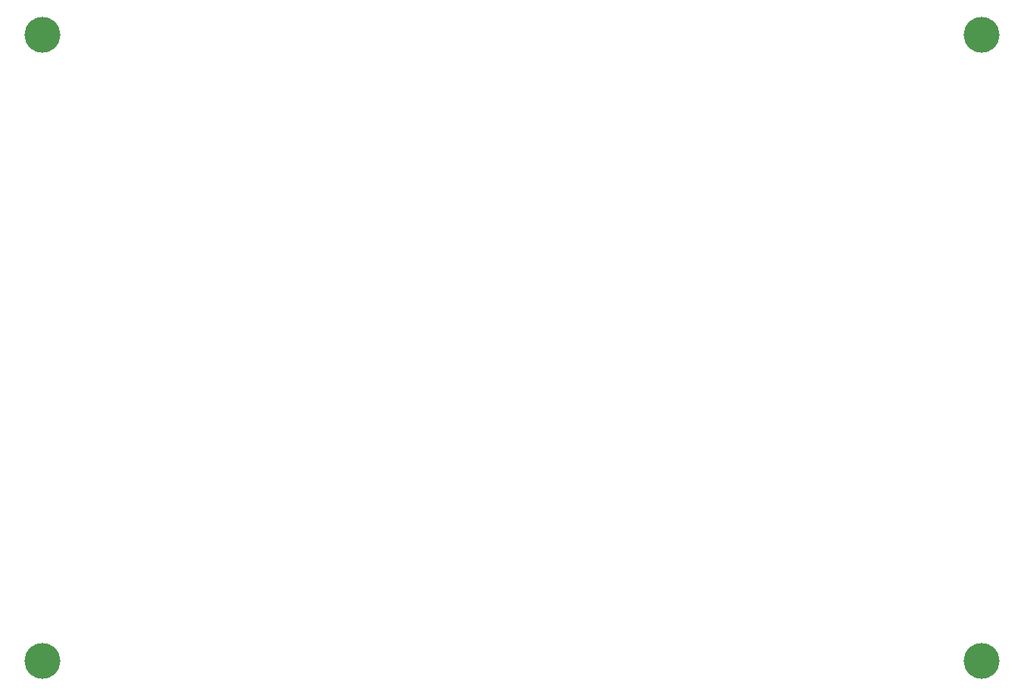
<source format=gbr>
%TF.GenerationSoftware,Altium Limited,Altium Designer,24.0.1 (36)*%
G04 Layer_Color=0*
%FSLAX45Y45*%
%MOMM*%
%TF.SameCoordinates,3215C8D0-E6B2-4662-8DC9-F85C750AE4ED*%
%TF.FilePolarity,Positive*%
%TF.FileFunction,NonPlated,1,2,NPTH,Drill*%
%TF.Part,Single*%
G01*
G75*
%TA.AperFunction,OtherDrill,Pad Free-4 (40mm,40mm)*%
%ADD24C,4.00000*%
%TA.AperFunction,OtherDrill,Pad Free-3 (145mm,40mm)*%
%ADD25C,4.00000*%
%TA.AperFunction,OtherDrill,Pad Free-2 (145mm,110mm)*%
%ADD26C,4.00000*%
%TA.AperFunction,OtherDrill,Pad Free-1 (40mm,110mm)*%
%ADD27C,4.00000*%
D24*
X4000000Y4000000D02*
D03*
D25*
X14500000D02*
D03*
D26*
Y11000000D02*
D03*
D27*
X4000000D02*
D03*
%TF.MD5,9e33003132bf3acc72081934fe3072b0*%
M02*

</source>
